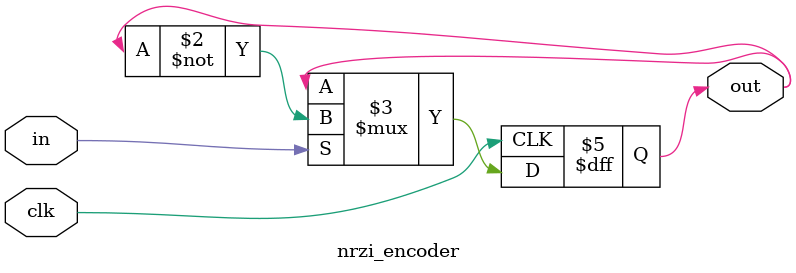
<source format=v>


module nrzi_encoder
(
	clk,
	
	in,
	out
);

	input			clk;
	
	input			in;
	output			out;
	
	// IO regs
	reg				out;
	
	// Invert the output state every 1 received
	always @(posedge clk) begin
		if (in)
			out <= ~out;
	end
	
endmodule
</source>
